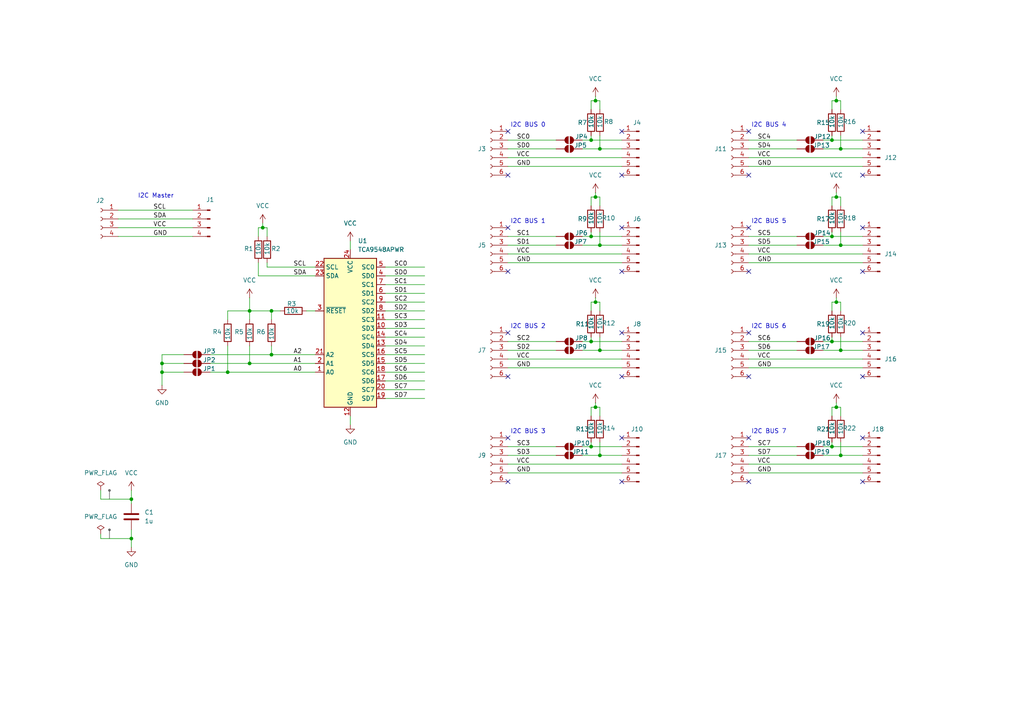
<source format=kicad_sch>
(kicad_sch (version 20231120) (generator "eeschema") (generator_version "8.0")
  (paper "A4")
  (title_block (title "ICBlock Bus") (date "2025-02-15") (rev "1.2"))
  (lib_symbols
    (symbol "Connector:Conn_01x04_Pin" (pin_names (offset 1.016) hide)
      (property "Reference" "J" (at 0 5.08 0))
      (property "Value" "Conn_01x04_Pin" (at 0 -7.62 0))
      (symbol "Conn_01x04_Pin_1_1"
        (polyline (pts (xy 1.27 -5.08) (xy 0.8636 -5.08)) (stroke (width 0.1524)))
        (polyline (pts (xy 1.27 -2.54) (xy 0.8636 -2.54)) (stroke (width 0.1524)))
        (polyline (pts (xy 1.27 0) (xy 0.8636 0)) (stroke (width 0.1524)))
        (polyline (pts (xy 1.27 2.54) (xy 0.8636 2.54)) (stroke (width 0.1524)))
        (rectangle (start 0.8636 -4.953) (end 0 -5.207) (stroke (width 0.1524)) (fill (type outline)))
        (rectangle (start 0.8636 -2.413) (end 0 -2.667) (stroke (width 0.1524)) (fill (type outline)))
        (rectangle (start 0.8636 0.127) (end 0 -0.127) (stroke (width 0.1524)) (fill (type outline)))
        (rectangle (start 0.8636 2.667) (end 0 2.413) (stroke (width 0.1524)) (fill (type outline)))
        (pin passive line (at 5.08 2.54 180) (length 3.81) (name "Pin_1") (number "1"))
        (pin passive line (at 5.08 0 180) (length 3.81) (name "Pin_2") (number "2"))
        (pin passive line (at 5.08 -2.54 180) (length 3.81) (name "Pin_3") (number "3"))
        (pin passive line (at 5.08 -5.08 180) (length 3.81) (name "Pin_4") (number "4"))
      )
    )
    (symbol "Connector:Conn_01x04_Socket" (pin_names (offset 1.016) hide)
      (property "Reference" "J" (at 0 5.08 0))
      (property "Value" "Conn_01x04_Socket" (at 0 -7.62 0))
      (symbol "Conn_01x04_Socket_1_1"
        (arc (start 0 -4.572) (mid -0.5058 -5.08) (end 0 -5.588) (stroke (width 0.1524)))
        (arc (start 0 -2.032) (mid -0.5058 -2.54) (end 0 -3.048) (stroke (width 0.1524)))
        (polyline (pts (xy -1.27 -5.08) (xy -0.508 -5.08)) (stroke (width 0.1524)))
        (polyline (pts (xy -1.27 -2.54) (xy -0.508 -2.54)) (stroke (width 0.1524)))
        (polyline (pts (xy -1.27 0) (xy -0.508 0)) (stroke (width 0.1524)))
        (polyline (pts (xy -1.27 2.54) (xy -0.508 2.54)) (stroke (width 0.1524)))
        (arc (start 0 0.508) (mid -0.5058 0) (end 0 -0.508) (stroke (width 0.1524)))
        (arc (start 0 3.048) (mid -0.5058 2.54) (end 0 2.032) (stroke (width 0.1524)))
        (pin passive line (at -5.08 2.54 0) (length 3.81) (name "Pin_1") (number "1"))
        (pin passive line (at -5.08 0 0) (length 3.81) (name "Pin_2") (number "2"))
        (pin passive line (at -5.08 -2.54 0) (length 3.81) (name "Pin_3") (number "3"))
        (pin passive line (at -5.08 -5.08 0) (length 3.81) (name "Pin_4") (number "4"))
      )
    )
    (symbol "Connector:Conn_01x06_Pin" (pin_names (offset 1.016) hide)
      (property "Reference" "J" (at 0 7.62 0))
      (property "Value" "Conn_01x06_Pin" (at 0 -10.16 0))
      (symbol "Conn_01x06_Pin_1_1"
        (polyline (pts (xy 1.27 -7.62) (xy 0.8636 -7.62)) (stroke (width 0.1524)))
        (polyline (pts (xy 1.27 -5.08) (xy 0.8636 -5.08)) (stroke (width 0.1524)))
        (polyline (pts (xy 1.27 -2.54) (xy 0.8636 -2.54)) (stroke (width 0.1524)))
        (polyline (pts (xy 1.27 0) (xy 0.8636 0)) (stroke (width 0.1524)))
        (polyline (pts (xy 1.27 2.54) (xy 0.8636 2.54)) (stroke (width 0.1524)))
        (polyline (pts (xy 1.27 5.08) (xy 0.8636 5.08)) (stroke (width 0.1524)))
        (rectangle (start 0.8636 -7.493) (end 0 -7.747) (stroke (width 0.1524)) (fill (type outline)))
        (rectangle (start 0.8636 -4.953) (end 0 -5.207) (stroke (width 0.1524)) (fill (type outline)))
        (rectangle (start 0.8636 -2.413) (end 0 -2.667) (stroke (width 0.1524)) (fill (type outline)))
        (rectangle (start 0.8636 0.127) (end 0 -0.127) (stroke (width 0.1524)) (fill (type outline)))
        (rectangle (start 0.8636 2.667) (end 0 2.413) (stroke (width 0.1524)) (fill (type outline)))
        (rectangle (start 0.8636 5.207) (end 0 4.953) (stroke (width 0.1524)) (fill (type outline)))
        (pin passive line (at 5.08 5.08 180) (length 3.81) (name "Pin_1") (number "1"))
        (pin passive line (at 5.08 2.54 180) (length 3.81) (name "Pin_2") (number "2"))
        (pin passive line (at 5.08 0 180) (length 3.81) (name "Pin_3") (number "3"))
        (pin passive line (at 5.08 -2.54 180) (length 3.81) (name "Pin_4") (number "4"))
        (pin passive line (at 5.08 -5.08 180) (length 3.81) (name "Pin_5") (number "5"))
        (pin passive line (at 5.08 -7.62 180) (length 3.81) (name "Pin_6") (number "6"))
      )
    )
    (symbol "Connector:Conn_01x06_Socket" (pin_names (offset 1.016) hide)
      (property "Reference" "J" (at 0 7.62 0))
      (property "Value" "Conn_01x06_Socket" (at 0 -10.16 0))
      (symbol "Conn_01x06_Socket_1_1"
        (arc (start 0 -7.112) (mid -0.5058 -7.62) (end 0 -8.128) (stroke (width 0.1524)))
        (arc (start 0 -4.572) (mid -0.5058 -5.08) (end 0 -5.588) (stroke (width 0.1524)))
        (arc (start 0 -2.032) (mid -0.5058 -2.54) (end 0 -3.048) (stroke (width 0.1524)))
        (polyline (pts (xy -1.27 -7.62) (xy -0.508 -7.62)) (stroke (width 0.1524)))
        (polyline (pts (xy -1.27 -5.08) (xy -0.508 -5.08)) (stroke (width 0.1524)))
        (polyline (pts (xy -1.27 -2.54) (xy -0.508 -2.54)) (stroke (width 0.1524)))
        (polyline (pts (xy -1.27 0) (xy -0.508 0)) (stroke (width 0.1524)))
        (polyline (pts (xy -1.27 2.54) (xy -0.508 2.54)) (stroke (width 0.1524)))
        (polyline (pts (xy -1.27 5.08) (xy -0.508 5.08)) (stroke (width 0.1524)))
        (arc (start 0 0.508) (mid -0.5058 0) (end 0 -0.508) (stroke (width 0.1524)))
        (arc (start 0 3.048) (mid -0.5058 2.54) (end 0 2.032) (stroke (width 0.1524)))
        (arc (start 0 5.588) (mid -0.5058 5.08) (end 0 4.572) (stroke (width 0.1524)))
        (pin passive line (at -5.08 5.08 0) (length 3.81) (name "Pin_1") (number "1"))
        (pin passive line (at -5.08 2.54 0) (length 3.81) (name "Pin_2") (number "2"))
        (pin passive line (at -5.08 0 0) (length 3.81) (name "Pin_3") (number "3"))
        (pin passive line (at -5.08 -2.54 0) (length 3.81) (name "Pin_4") (number "4"))
        (pin passive line (at -5.08 -5.08 0) (length 3.81) (name "Pin_5") (number "5"))
        (pin passive line (at -5.08 -7.62 0) (length 3.81) (name "Pin_6") (number "6"))
      )
    )
    (symbol "Interface_Expansion:TCA9548APWR"
      (property "Reference" "U" (at -7.62 21.59 0))
      (property "Value" "TCA9548APWR" (at 1.016 21.59 0))
      (symbol "TCA9548APWR_0_1"
        (rectangle (start -7.62 20.32) (end 7.62 -22.86) (stroke (width 0.254)) (fill (type background)))
      )
      (symbol "TCA9548APWR_1_1"
        (pin input line (at -10.16 -12.7 0) (length 2.54) (name "A0") (number "1"))
        (pin bidirectional line (at 10.16 0 180) (length 2.54) (name "SD3") (number "10"))
        (pin output line (at 10.16 2.54 180) (length 2.54) (name "SC3") (number "11"))
        (pin power_in line (at 0 -25.4 90) (length 2.54) (name "GND") (number "12"))
        (pin bidirectional line (at 10.16 -5.08 180) (length 2.54) (name "SD4") (number "13"))
        (pin output line (at 10.16 -2.54 180) (length 2.54) (name "SC4") (number "14"))
        (pin bidirectional line (at 10.16 -10.16 180) (length 2.54) (name "SD5") (number "15"))
        (pin output line (at 10.16 -7.62 180) (length 2.54) (name "SC5") (number "16"))
        (pin bidirectional line (at 10.16 -15.24 180) (length 2.54) (name "SD6") (number "17"))
        (pin output line (at 10.16 -12.7 180) (length 2.54) (name "SC6") (number "18"))
        (pin bidirectional line (at 10.16 -20.32 180) (length 2.54) (name "SD7") (number "19"))
        (pin input line (at -10.16 -10.16 0) (length 2.54) (name "A1") (number "2"))
        (pin output line (at 10.16 -17.78 180) (length 2.54) (name "SC7") (number "20"))
        (pin input line (at -10.16 -7.62 0) (length 2.54) (name "A2") (number "21"))
        (pin input line (at -10.16 17.78 0) (length 2.54) (name "SCL") (number "22"))
        (pin bidirectional line (at -10.16 15.24 0) (length 2.54) (name "SDA") (number "23"))
        (pin power_in line (at 0 22.86 270) (length 2.54) (name "VCC") (number "24"))
        (pin input line (at -10.16 5.08 0) (length 2.54) (name "~{RESET}") (number "3"))
        (pin bidirectional line (at 10.16 15.24 180) (length 2.54) (name "SD0") (number "4"))
        (pin output line (at 10.16 17.78 180) (length 2.54) (name "SC0") (number "5"))
        (pin bidirectional line (at 10.16 10.16 180) (length 2.54) (name "SD1") (number "6"))
        (pin output line (at 10.16 12.7 180) (length 2.54) (name "SC1") (number "7"))
        (pin bidirectional line (at 10.16 5.08 180) (length 2.54) (name "SD2") (number "8"))
        (pin output line (at 10.16 7.62 180) (length 2.54) (name "SC2") (number "9"))
      )
    )
    (symbol "Jumper:SolderJumper_2_Open" (pin_numbers hide) (pin_names (offset 0) hide) (exclude_from_sim yes) (in_bom no)
      (property "Reference" "JP" (at 0 2.032 0))
      (property "Value" "SolderJumper_2_Open" (at 0 -2.54 0))
      (symbol "SolderJumper_2_Open_0_1"
        (arc (start -0.254 1.016) (mid -1.2656 0) (end -0.254 -1.016))
        (arc (start -0.254 1.016) (mid -1.2656 0) (end -0.254 -1.016) (fill (type outline)))
        (polyline (pts (xy -0.254 1.016) (xy -0.254 -1.016)))
        (polyline (pts (xy 0.254 1.016) (xy 0.254 -1.016)))
        (arc (start 0.254 -1.016) (mid 1.2656 0) (end 0.254 1.016))
        (arc (start 0.254 -1.016) (mid 1.2656 0) (end 0.254 1.016) (fill (type outline)))
      )
      (symbol "SolderJumper_2_Open_1_1"
        (pin passive line (at -3.81 0 0) (length 2.54) (name "A") (number "1"))
        (pin passive line (at 3.81 0 180) (length 2.54) (name "B") (number "2"))
      )
    )
    (symbol "Library:C" (pin_numbers hide) (pin_names (offset 0.254))
      (property "Reference" "C" (at 0.635 2.54 0))
      (property "Value" "C" (at 0.635 -2.54 0))
      (symbol "C_0_1"
        (polyline (pts (xy -2.032 -0.762) (xy 2.032 -0.762)) (stroke (width 0.508)))
        (polyline (pts (xy -2.032 0.762) (xy 2.032 0.762)) (stroke (width 0.508)))
      )
      (symbol "C_1_1"
        (pin passive line (at 0 3.81 270) (length 2.794) (name "~") (number "1"))
        (pin passive line (at 0 -3.81 90) (length 2.794) (name "~") (number "2"))
      )
    )
    (symbol "Library:GND" (power) (pin_numbers hide) (pin_names (offset 0) hide)
      (property "Value" "GND" (at 0 -3.81 0))
      (symbol "GND_0_1"
        (polyline (pts (xy 0 0) (xy 0 -1.27) (xy 1.27 -1.27) (xy 0 -2.54) (xy -1.27 -1.27) (xy 0 -1.27)))
      )
      (symbol "GND_1_1"
        (pin power_in line (at 0 0 270) (length 0) (name "~") (number "1"))
      )
    )
    (symbol "Library:PWR_FLAG" (power) (pin_numbers hide) (pin_names (offset 0) hide)
      (property "Value" "PWR_FLAG" (at 0 3.81 0))
      (symbol "PWR_FLAG_0_0"
        (pin power_out line (at 0 0 90) (length 0) (name "~") (number "1"))
      )
      (symbol "PWR_FLAG_0_1"
        (polyline (pts (xy 0 0) (xy 0 1.27) (xy -1.016 1.905) (xy 0 2.54) (xy 1.016 1.905) (xy 0 1.27)))
      )
    )
    (symbol "Library:R" (pin_numbers hide) (pin_names (offset 0))
      (property "Reference" "R" (at 2.032 0 90))
      (property "Value" "R" (at 0 0 90))
      (symbol "R_0_1"
        (rectangle (start -1.016 -2.54) (end 1.016 2.54) (stroke (width 0.254)))
      )
      (symbol "R_1_1"
        (pin passive line (at 0 3.81 270) (length 1.27) (name "~") (number "1"))
        (pin passive line (at 0 -3.81 90) (length 1.27) (name "~") (number "2"))
      )
    )
    (symbol "Library:VCC" (power) (pin_numbers hide) (pin_names (offset 0) hide)
      (property "Value" "VCC" (at 0 3.556 0))
      (symbol "VCC_0_1"
        (polyline (pts (xy -0.762 1.27) (xy 0 2.54)))
        (polyline (pts (xy 0 0) (xy 0 2.54)))
        (polyline (pts (xy 0 2.54) (xy 0.762 1.27)))
      )
      (symbol "VCC_1_1"
        (pin power_in line (at 0 0 90) (length 0) (name "~") (number "1"))
      )
    )
  )
  (junction (at 173.99 71.12))
  (junction (at 171.45 129.54))
  (junction (at 173.99 101.6))
  (junction (at 243.84 71.12))
  (junction (at 242.57 87.63))
  (junction (at 172.72 87.63))
  (junction (at 172.72 118.11))
  (junction (at 171.45 68.58))
  (junction (at 241.3 40.64))
  (junction (at 78.74 90.17))
  (junction (at 72.39 105.41))
  (junction (at 72.39 90.17))
  (junction (at 171.45 40.64))
  (junction (at 243.84 43.18))
  (junction (at 76.2 66.04))
  (junction (at 173.99 132.08))
  (junction (at 242.57 57.15))
  (junction (at 66.04 107.95))
  (junction (at 242.57 29.21))
  (junction (at 242.57 118.11))
  (junction (at 241.3 68.58))
  (junction (at 241.3 99.06))
  (junction (at 171.45 99.06))
  (junction (at 172.72 29.21))
  (junction (at 38.1 156.21))
  (junction (at 78.74 102.87))
  (junction (at 46.99 107.95))
  (junction (at 243.84 101.6))
  (junction (at 173.99 43.18))
  (junction (at 241.3 129.54))
  (junction (at 38.1 144.78))
  (junction (at 46.99 105.41))
  (junction (at 243.84 132.08))
  (junction (at 172.72 57.15))
  (no_connect (at 147.32 50.8))
  (no_connect (at 250.19 96.52))
  (no_connect (at 147.32 109.22))
  (no_connect (at 250.19 50.8))
  (no_connect (at 180.34 78.74))
  (no_connect (at 147.32 78.74))
  (no_connect (at 147.32 66.04))
  (no_connect (at 250.19 78.74))
  (no_connect (at 180.34 109.22))
  (no_connect (at 250.19 66.04))
  (no_connect (at 217.17 66.04))
  (no_connect (at 250.19 127))
  (no_connect (at 217.17 78.74))
  (no_connect (at 180.34 50.8))
  (no_connect (at 147.32 139.7))
  (no_connect (at 180.34 139.7))
  (no_connect (at 147.32 38.1))
  (no_connect (at 180.34 127))
  (no_connect (at 250.19 139.7))
  (no_connect (at 180.34 96.52))
  (no_connect (at 180.34 38.1))
  (no_connect (at 217.17 109.22))
  (no_connect (at 147.32 96.52))
  (no_connect (at 250.19 109.22))
  (no_connect (at 217.17 127))
  (no_connect (at 147.32 127))
  (no_connect (at 250.19 38.1))
  (no_connect (at 180.34 66.04))
  (no_connect (at 217.17 96.52))
  (no_connect (at 217.17 38.1))
  (no_connect (at 217.17 50.8))
  (no_connect (at 217.17 139.7))
  (wire (pts (xy 241.3 97.79) (xy 241.3 99.06)))
  (wire (pts (xy 217.17 137.16) (xy 250.19 137.16)))
  (wire (pts (xy 111.76 90.17) (xy 123.19 90.17)))
  (wire (pts (xy 72.39 86.36) (xy 72.39 90.17)))
  (wire (pts (xy 217.17 104.14) (xy 250.19 104.14)))
  (wire (pts (xy 241.3 40.64) (xy 250.19 40.64)))
  (wire (pts (xy 78.74 90.17) (xy 72.39 90.17)))
  (wire (pts (xy 111.76 80.01) (xy 123.19 80.01)))
  (wire (pts (xy 171.45 31.75) (xy 171.45 29.21)))
  (wire (pts (xy 147.32 40.64) (xy 161.29 40.64)))
  (wire (pts (xy 242.57 86.36) (xy 242.57 87.63)))
  (wire (pts (xy 238.76 132.08) (xy 243.84 132.08)))
  (wire (pts (xy 241.3 90.17) (xy 241.3 87.63)))
  (wire (pts (xy 171.45 57.15) (xy 172.72 57.15)))
  (wire (pts (xy 173.99 132.08) (xy 180.34 132.08)))
  (wire (pts (xy 168.91 43.18) (xy 173.99 43.18)))
  (wire (pts (xy 242.57 87.63) (xy 243.84 87.63)))
  (wire (pts (xy 217.17 43.18) (xy 231.14 43.18)))
  (wire (pts (xy 78.74 92.71) (xy 78.74 90.17)))
  (wire (pts (xy 243.84 71.12) (xy 250.19 71.12)))
  (wire (pts (xy 241.3 128.27) (xy 241.3 129.54)))
  (wire (pts (xy 238.76 71.12) (xy 243.84 71.12)))
  (wire (pts (xy 243.84 87.63) (xy 243.84 90.17)))
  (wire (pts (xy 171.45 87.63) (xy 172.72 87.63)))
  (wire (pts (xy 243.84 39.37) (xy 243.84 43.18)))
  (wire (pts (xy 217.17 101.6) (xy 231.14 101.6)))
  (wire (pts (xy 46.99 102.87) (xy 46.99 105.41)))
  (wire (pts (xy 60.96 105.41) (xy 72.39 105.41)))
  (wire (pts (xy 168.91 71.12) (xy 173.99 71.12)))
  (wire (pts (xy 242.57 116.84) (xy 242.57 118.11)))
  (wire (pts (xy 76.2 66.04) (xy 77.47 66.04)))
  (wire (pts (xy 38.1 142.24) (xy 38.1 144.78)))
  (wire (pts (xy 34.29 63.5) (xy 55.88 63.5)))
  (wire (pts (xy 111.76 87.63) (xy 123.19 87.63)))
  (wire (pts (xy 111.76 113.03) (xy 123.19 113.03)))
  (wire (pts (xy 74.93 80.01) (xy 74.93 76.2)))
  (wire (pts (xy 243.84 132.08) (xy 250.19 132.08)))
  (wire (pts (xy 238.76 68.58) (xy 241.3 68.58)))
  (wire (pts (xy 242.57 55.88) (xy 242.57 57.15)))
  (wire (pts (xy 77.47 76.2) (xy 77.47 77.47)))
  (wire (pts (xy 72.39 100.33) (xy 72.39 105.41)))
  (wire (pts (xy 46.99 105.41) (xy 46.99 107.95)))
  (wire (pts (xy 147.32 104.14) (xy 180.34 104.14)))
  (wire (pts (xy 172.72 118.11) (xy 173.99 118.11)))
  (wire (pts (xy 111.76 92.71) (xy 123.19 92.71)))
  (wire (pts (xy 217.17 129.54) (xy 231.14 129.54)))
  (wire (pts (xy 173.99 101.6) (xy 180.34 101.6)))
  (wire (pts (xy 243.84 118.11) (xy 243.84 120.65)))
  (wire (pts (xy 147.32 129.54) (xy 161.29 129.54)))
  (wire (pts (xy 217.17 48.26) (xy 250.19 48.26)))
  (wire (pts (xy 243.84 128.27) (xy 243.84 132.08)))
  (wire (pts (xy 168.91 129.54) (xy 171.45 129.54)))
  (wire (pts (xy 53.34 102.87) (xy 46.99 102.87)))
  (wire (pts (xy 171.45 90.17) (xy 171.45 87.63)))
  (wire (pts (xy 238.76 129.54) (xy 241.3 129.54)))
  (wire (pts (xy 173.99 39.37) (xy 173.99 43.18)))
  (wire (pts (xy 241.3 129.54) (xy 250.19 129.54)))
  (wire (pts (xy 172.72 116.84) (xy 172.72 118.11)))
  (wire (pts (xy 111.76 82.55) (xy 123.19 82.55)))
  (wire (pts (xy 147.32 48.26) (xy 180.34 48.26)))
  (wire (pts (xy 173.99 87.63) (xy 173.99 90.17)))
  (wire (pts (xy 147.32 71.12) (xy 161.29 71.12)))
  (wire (pts (xy 173.99 118.11) (xy 173.99 120.65)))
  (wire (pts (xy 217.17 40.64) (xy 231.14 40.64)))
  (wire (pts (xy 217.17 71.12) (xy 231.14 71.12)))
  (wire (pts (xy 171.45 29.21) (xy 172.72 29.21)))
  (wire (pts (xy 217.17 106.68) (xy 250.19 106.68)))
  (wire (pts (xy 66.04 100.33) (xy 66.04 107.95)))
  (wire (pts (xy 217.17 45.72) (xy 250.19 45.72)))
  (wire (pts (xy 111.76 97.79) (xy 123.19 97.79)))
  (wire (pts (xy 241.3 39.37) (xy 241.3 40.64)))
  (wire (pts (xy 60.96 102.87) (xy 78.74 102.87)))
  (wire (pts (xy 171.45 40.64) (xy 180.34 40.64)))
  (wire (pts (xy 171.45 39.37) (xy 171.45 40.64)))
  (wire (pts (xy 243.84 97.79) (xy 243.84 101.6)))
  (wire (pts (xy 171.45 99.06) (xy 180.34 99.06)))
  (wire (pts (xy 172.72 27.94) (xy 172.72 29.21)))
  (wire (pts (xy 147.32 68.58) (xy 161.29 68.58)))
  (wire (pts (xy 241.3 67.31) (xy 241.3 68.58)))
  (wire (pts (xy 243.84 101.6) (xy 250.19 101.6)))
  (wire (pts (xy 34.29 60.96) (xy 55.88 60.96)))
  (wire (pts (xy 38.1 153.67) (xy 38.1 156.21)))
  (wire (pts (xy 111.76 115.57) (xy 123.19 115.57)))
  (wire (pts (xy 111.76 95.25) (xy 123.19 95.25)))
  (wire (pts (xy 29.21 142.24) (xy 29.21 144.78)))
  (wire (pts (xy 168.91 99.06) (xy 171.45 99.06)))
  (wire (pts (xy 38.1 156.21) (xy 38.1 158.75)))
  (wire (pts (xy 173.99 43.18) (xy 180.34 43.18)))
  (wire (pts (xy 111.76 110.49) (xy 123.19 110.49)))
  (wire (pts (xy 77.47 66.04) (xy 77.47 68.58)))
  (wire (pts (xy 238.76 43.18) (xy 243.84 43.18)))
  (wire (pts (xy 88.9 90.17) (xy 91.44 90.17)))
  (wire (pts (xy 172.72 86.36) (xy 172.72 87.63)))
  (wire (pts (xy 147.32 73.66) (xy 180.34 73.66)))
  (wire (pts (xy 72.39 105.41) (xy 91.44 105.41)))
  (wire (pts (xy 172.72 87.63) (xy 173.99 87.63)))
  (wire (pts (xy 241.3 68.58) (xy 250.19 68.58)))
  (wire (pts (xy 243.84 57.15) (xy 243.84 59.69)))
  (wire (pts (xy 34.29 66.04) (xy 55.88 66.04)))
  (wire (pts (xy 111.76 102.87) (xy 123.19 102.87)))
  (wire (pts (xy 241.3 57.15) (xy 242.57 57.15)))
  (wire (pts (xy 147.32 101.6) (xy 161.29 101.6)))
  (wire (pts (xy 243.84 29.21) (xy 243.84 31.75)))
  (wire (pts (xy 29.21 154.94) (xy 29.21 156.21)))
  (wire (pts (xy 147.32 132.08) (xy 161.29 132.08)))
  (wire (pts (xy 173.99 57.15) (xy 173.99 59.69)))
  (wire (pts (xy 172.72 55.88) (xy 172.72 57.15)))
  (wire (pts (xy 101.6 72.39) (xy 101.6 69.85)))
  (wire (pts (xy 147.32 137.16) (xy 180.34 137.16)))
  (wire (pts (xy 172.72 57.15) (xy 173.99 57.15)))
  (wire (pts (xy 111.76 85.09) (xy 123.19 85.09)))
  (wire (pts (xy 78.74 90.17) (xy 81.28 90.17)))
  (wire (pts (xy 147.32 76.2) (xy 180.34 76.2)))
  (wire (pts (xy 29.21 156.21) (xy 38.1 156.21)))
  (wire (pts (xy 38.1 144.78) (xy 38.1 146.05)))
  (wire (pts (xy 46.99 105.41) (xy 53.34 105.41)))
  (wire (pts (xy 217.17 99.06) (xy 231.14 99.06)))
  (wire (pts (xy 217.17 132.08) (xy 231.14 132.08)))
  (wire (pts (xy 111.76 77.47) (xy 123.19 77.47)))
  (wire (pts (xy 147.32 106.68) (xy 180.34 106.68)))
  (wire (pts (xy 242.57 118.11) (xy 243.84 118.11)))
  (wire (pts (xy 241.3 87.63) (xy 242.57 87.63)))
  (wire (pts (xy 147.32 45.72) (xy 180.34 45.72)))
  (wire (pts (xy 171.45 59.69) (xy 171.45 57.15)))
  (wire (pts (xy 217.17 73.66) (xy 250.19 73.66)))
  (wire (pts (xy 171.45 118.11) (xy 172.72 118.11)))
  (wire (pts (xy 78.74 100.33) (xy 78.74 102.87)))
  (wire (pts (xy 171.45 129.54) (xy 180.34 129.54)))
  (wire (pts (xy 171.45 68.58) (xy 180.34 68.58)))
  (wire (pts (xy 241.3 31.75) (xy 241.3 29.21)))
  (wire (pts (xy 171.45 120.65) (xy 171.45 118.11)))
  (wire (pts (xy 111.76 100.33) (xy 123.19 100.33)))
  (wire (pts (xy 217.17 68.58) (xy 231.14 68.58)))
  (wire (pts (xy 243.84 67.31) (xy 243.84 71.12)))
  (wire (pts (xy 66.04 107.95) (xy 91.44 107.95)))
  (wire (pts (xy 241.3 120.65) (xy 241.3 118.11)))
  (wire (pts (xy 172.72 29.21) (xy 173.99 29.21)))
  (wire (pts (xy 29.21 144.78) (xy 38.1 144.78)))
  (wire (pts (xy 74.93 68.58) (xy 74.93 66.04)))
  (wire (pts (xy 171.45 67.31) (xy 171.45 68.58)))
  (wire (pts (xy 74.93 80.01) (xy 91.44 80.01)))
  (wire (pts (xy 243.84 43.18) (xy 250.19 43.18)))
  (wire (pts (xy 238.76 99.06) (xy 241.3 99.06)))
  (wire (pts (xy 66.04 90.17) (xy 66.04 92.71)))
  (wire (pts (xy 168.91 40.64) (xy 171.45 40.64)))
  (wire (pts (xy 74.93 66.04) (xy 76.2 66.04)))
  (wire (pts (xy 46.99 107.95) (xy 53.34 107.95)))
  (wire (pts (xy 168.91 132.08) (xy 173.99 132.08)))
  (wire (pts (xy 217.17 134.62) (xy 250.19 134.62)))
  (wire (pts (xy 111.76 107.95) (xy 123.19 107.95)))
  (wire (pts (xy 76.2 64.77) (xy 76.2 66.04)))
  (wire (pts (xy 168.91 68.58) (xy 171.45 68.58)))
  (wire (pts (xy 101.6 120.65) (xy 101.6 123.19)))
  (wire (pts (xy 173.99 128.27) (xy 173.99 132.08)))
  (wire (pts (xy 242.57 27.94) (xy 242.57 29.21)))
  (wire (pts (xy 60.96 107.95) (xy 66.04 107.95)))
  (wire (pts (xy 72.39 90.17) (xy 72.39 92.71)))
  (wire (pts (xy 171.45 128.27) (xy 171.45 129.54)))
  (wire (pts (xy 34.29 68.58) (xy 55.88 68.58)))
  (wire (pts (xy 241.3 59.69) (xy 241.3 57.15)))
  (wire (pts (xy 46.99 107.95) (xy 46.99 111.76)))
  (wire (pts (xy 241.3 99.06) (xy 250.19 99.06)))
  (wire (pts (xy 217.17 76.2) (xy 250.19 76.2)))
  (wire (pts (xy 168.91 101.6) (xy 173.99 101.6)))
  (wire (pts (xy 173.99 71.12) (xy 180.34 71.12)))
  (wire (pts (xy 147.32 134.62) (xy 180.34 134.62)))
  (wire (pts (xy 173.99 67.31) (xy 173.99 71.12)))
  (wire (pts (xy 111.76 105.41) (xy 123.19 105.41)))
  (wire (pts (xy 241.3 118.11) (xy 242.57 118.11)))
  (wire (pts (xy 242.57 29.21) (xy 243.84 29.21)))
  (wire (pts (xy 242.57 57.15) (xy 243.84 57.15)))
  (wire (pts (xy 77.47 77.47) (xy 91.44 77.47)))
  (wire (pts (xy 173.99 97.79) (xy 173.99 101.6)))
  (wire (pts (xy 238.76 40.64) (xy 241.3 40.64)))
  (wire (pts (xy 78.74 102.87) (xy 91.44 102.87)))
  (wire (pts (xy 238.76 101.6) (xy 243.84 101.6)))
  (wire (pts (xy 171.45 97.79) (xy 171.45 99.06)))
  (wire (pts (xy 147.32 99.06) (xy 161.29 99.06)))
  (wire (pts (xy 173.99 29.21) (xy 173.99 31.75)))
  (wire (pts (xy 72.39 90.17) (xy 66.04 90.17)))
  (wire (pts (xy 147.32 43.18) (xy 161.29 43.18)))
  (wire (pts (xy 241.3 29.21) (xy 242.57 29.21)))
  (text "I2C Master" (at 45.212 56.896 0) (effects (font (size 1.27 1.27))))
  (text "I2C BUS 7" (at 223.012 125.222 0) (effects (font (size 1.27 1.27))))
  (text "I2C BUS 1" (at 153.162 64.262 0) (effects (font (size 1.27 1.27))))
  (text "I2C BUS 5" (at 223.012 64.262 0) (effects (font (size 1.27 1.27))))
  (text "I2C BUS 6" (at 223.012 94.742 0) (effects (font (size 1.27 1.27))))
  (text "I2C BUS 0" (at 153.162 36.322 0) (effects (font (size 1.27 1.27))))
  (text "I2C BUS 4" (at 223.012 36.322 0) (effects (font (size 1.27 1.27))))
  (text "I2C BUS 2" (at 153.162 94.742 0) (effects (font (size 1.27 1.27))))
  (text "I2C BUS 3" (at 153.162 125.222 0) (effects (font (size 1.27 1.27))))
  (label "SD3" (at 149.86 132.08 0))
  (label "SCL" (at 44.45 60.96 0))
  (label "SD4" (at 114.3 100.33 0))
  (label "VCC" (at 149.86 104.14 0))
  (label "SD5" (at 219.71 71.12 0))
  (label "VCC" (at 219.71 45.72 0))
  (label "VCC" (at 44.45 66.04 0))
  (label "SC6" (at 219.71 99.06 0))
  (label "SC0" (at 114.3 77.47 0))
  (label "SD7" (at 114.3 115.57 0))
  (label "VCC" (at 149.86 73.66 0))
  (label "SC2" (at 114.3 87.63 0))
  (label "SC4" (at 219.71 40.64 0))
  (label "SD1" (at 149.86 71.12 0))
  (label "SC3" (at 149.86 129.54 0))
  (label "GND" (at 149.86 106.68 0))
  (label "VCC" (at 219.71 134.62 0))
  (label "SD5" (at 114.3 105.41 0))
  (label "SD4" (at 219.71 43.18 0))
  (label "GND" (at 219.71 137.16 0))
  (label "VCC" (at 149.86 45.72 0))
  (label "SC7" (at 219.71 129.54 0))
  (label "GND" (at 149.86 76.2 0))
  (label "SC7" (at 114.3 113.03 0))
  (label "SC5" (at 114.3 102.87 0))
  (label "SD3" (at 114.3 95.25 0))
  (label "SD6" (at 114.3 110.49 0))
  (label "VCC" (at 219.71 104.14 0))
  (label "SDA" (at 44.45 63.5 0))
  (label "GND" (at 149.86 48.26 0))
  (label "SD6" (at 219.71 101.6 0))
  (label "GND" (at 219.71 76.2 0))
  (label "SC2" (at 149.86 99.06 0))
  (label "GND" (at 219.71 48.26 0))
  (label "VCC" (at 219.71 73.66 0))
  (label "SC6" (at 114.3 107.95 0))
  (label "SD7" (at 219.71 132.08 0))
  (label "SD2" (at 149.86 101.6 0))
  (label "A0" (at 85.09 107.95 0))
  (label "A1" (at 85.09 105.41 0))
  (label "SD0" (at 149.86 43.18 0))
  (label "SDA" (at 85.09 80.01 0))
  (label "SC1" (at 114.3 82.55 0))
  (label "SC0" (at 149.86 40.64 0))
  (label "SD0" (at 114.3 80.01 0))
  (label "VCC" (at 149.86 134.62 0))
  (label "A2" (at 85.09 102.87 0))
  (label "SC1" (at 149.86 68.58 0))
  (label "GND" (at 219.71 106.68 0))
  (label "SCL" (at 85.09 77.47 0))
  (label "SD1" (at 114.3 85.09 0))
  (label "SC4" (at 114.3 97.79 0))
  (label "GND" (at 149.86 137.16 0))
  (label "GND" (at 44.45 68.58 0))
  (label "SC3" (at 114.3 92.71 0))
  (label "SD2" (at 114.3 90.17 0))
  (label "SC5" (at 219.71 68.58 0))
  (netclass_flag "" (length 2.54) (shape dot) (at 31.75 144.78 0) (property "Netclass" "power" (effects (hide yes))))
  (netclass_flag "" (length 2.54) (shape dot) (at 31.75 156.21 0) (property "Netclass" "power" (effects (hide yes))))
  (symbol (lib_id "Connector:Conn_01x06_Socket") (at 212.09 132.08 0) (mirror y) (unit 1)
    (property "Reference" "J17" (at 210.82 132.0799 0) (effects (justify left)))
    (property "Value" "Conn_01x06_Socket" (effects (hide yes)))
    (property "Footprint" "Connector_PinSocket_2.54mm:PinSocket_1x06_P2.54mm_Vertical" (effects (hide yes)))
    (property "Description" "Generic connector, single row, 01x06, script generated" (effects (hide yes)))
  )
  (symbol (lib_id "Library:VCC") (at 76.2 64.77 0) (unit 1)
    (property "Reference" "#PWR01" (effects (hide yes)))
    (property "Value" "VCC" (at 76.2 59.69 0))
    (property "Description" "Power symbol creates a global label with name \"VCC\"" (effects (hide yes)))
  )
  (symbol (lib_id "Connector:Conn_01x06_Socket") (at 212.09 43.18 0) (mirror y) (unit 1)
    (property "Reference" "J11" (at 210.82 43.1799 0) (effects (justify left)))
    (property "Value" "Conn_01x06_Socket" (effects (hide yes)))
    (property "Footprint" "Connector_PinSocket_2.54mm:PinSocket_1x06_P2.54mm_Vertical" (effects (hide yes)))
    (property "Description" "Generic connector, single row, 01x06, script generated" (effects (hide yes)))
  )
  (symbol (lib_id "Library:R") (at 72.39 96.52 180) (unit 1)
    (property "Reference" "R5" (at 69.342 96.266 0))
    (property "Value" "10k" (at 72.39 96.774 90))
    (property "Footprint" "Resistor_SMD:R_0805_2012Metric_Pad1.20x1.40mm_HandSolder" (effects (hide yes)))
    (property "Description" "Resistor" (effects (hide yes)))
  )
  (symbol (lib_id "Library:R") (at 74.93 72.39 0) (unit 1)
    (property "Reference" "R1" (at 72.136 72.136 0))
    (property "Value" "10k" (at 74.93 72.136 90))
    (property "Footprint" "Resistor_SMD:R_0805_2012Metric_Pad1.20x1.40mm_HandSolder" (effects (hide yes)))
    (property "Description" "Resistor" (effects (hide yes)))
  )
  (symbol (lib_id "Connector:Conn_01x04_Pin") (at 60.96 63.5 0) (mirror y) (unit 1)
    (property "Reference" "J1" (at 60.96 57.912 0))
    (property "Value" "Conn_01x04_Pin" (effects (hide yes)))
    (property "Footprint" "Connector_PinHeader_2.54mm:PinHeader_1x04_P2.54mm_Vertical" (effects (hide yes)))
    (property "Description" "Generic connector, single row, 01x04, script generated" (effects (hide yes)))
  )
  (symbol (lib_id "Library:R") (at 173.99 124.46 0) (unit 1)
    (property "Reference" "R14" (at 176.53 124.206 0))
    (property "Value" "10k" (at 173.99 124.206 90))
    (property "Footprint" "Resistor_SMD:R_0805_2012Metric_Pad1.20x1.40mm_HandSolder" (effects (hide yes)))
    (property "Description" "Resistor" (effects (hide yes)))
  )
  (symbol (lib_id "Connector:Conn_01x06_Socket") (at 212.09 71.12 0) (mirror y) (unit 1)
    (property "Reference" "J13" (at 210.82 71.1199 0) (effects (justify left)))
    (property "Value" "Conn_01x06_Socket" (effects (hide yes)))
    (property "Footprint" "Connector_PinSocket_2.54mm:PinSocket_1x06_P2.54mm_Vertical" (effects (hide yes)))
    (property "Description" "Generic connector, single row, 01x06, script generated" (effects (hide yes)))
  )
  (symbol (lib_id "Library:R") (at 78.74 96.52 180) (unit 1)
    (property "Reference" "R6" (at 75.692 96.266 0))
    (property "Value" "10k" (at 78.74 96.774 90))
    (property "Footprint" "Resistor_SMD:R_0805_2012Metric_Pad1.20x1.40mm_HandSolder" (effects (hide yes)))
    (property "Description" "Resistor" (effects (hide yes)))
  )
  (symbol (lib_id "Jumper:SolderJumper_2_Open") (at 234.95 129.54 0) (unit 1) (exclude_from_sim yes) (in_bom no)
    (property "Reference" "JP18" (at 238.506 128.524 0))
    (property "Value" "SolderJumper_2_Open" (effects (hide yes)))
    (property "Footprint" "Jumper:SolderJumper-2_P1.3mm_Open_RoundedPad1.0x1.5mm" (effects (hide yes)))
    (property "Description" "Solder Jumper, 2-pole, open" (effects (hide yes)))
  )
  (symbol (lib_id "Jumper:SolderJumper_2_Open") (at 234.95 40.64 0) (unit 1) (exclude_from_sim yes) (in_bom no)
    (property "Reference" "JP12" (at 238.506 39.624 0))
    (property "Value" "SolderJumper_2_Open" (effects (hide yes)))
    (property "Footprint" "Jumper:SolderJumper-2_P1.3mm_Open_RoundedPad1.0x1.5mm" (effects (hide yes)))
    (property "Description" "Solder Jumper, 2-pole, open" (effects (hide yes)))
  )
  (symbol (lib_id "Connector:Conn_01x04_Socket") (at 29.21 63.5 0) (mirror y) (unit 1)
    (property "Reference" "J2" (at 30.226 58.166 0) (effects (justify left)))
    (property "Value" "Conn_01x04_Socket" (effects (hide yes)))
    (property "Footprint" "Connector_PinSocket_2.54mm:PinSocket_1x04_P2.54mm_Vertical" (effects (hide yes)))
    (property "Description" "Generic connector, single row, 01x04, script generated" (effects (hide yes)))
  )
  (symbol (lib_id "Library:VCC") (at 242.57 86.36 0) (unit 1)
    (property "Reference" "#PWR015" (effects (hide yes)))
    (property "Value" "VCC" (at 242.57 81.28 0))
    (property "Description" "Power symbol creates a global label with name \"VCC\"" (effects (hide yes)))
  )
  (symbol (lib_id "Library:R") (at 241.3 124.46 0) (unit 1)
    (property "Reference" "R21" (at 238.76 124.46 0))
    (property "Value" "10k" (at 241.3 124.206 90))
    (property "Footprint" "Resistor_SMD:R_0805_2012Metric_Pad1.20x1.40mm_HandSolder" (effects (hide yes)))
    (property "Description" "Resistor" (effects (hide yes)))
  )
  (symbol (lib_id "Jumper:SolderJumper_2_Open") (at 165.1 43.18 0) (unit 1) (exclude_from_sim yes) (in_bom no)
    (property "Reference" "JP5" (at 168.402 42.164 0))
    (property "Value" "SolderJumper_2_Open" (effects (hide yes)))
    (property "Footprint" "Jumper:SolderJumper-2_P1.3mm_Open_RoundedPad1.0x1.5mm" (effects (hide yes)))
    (property "Description" "Solder Jumper, 2-pole, open" (effects (hide yes)))
  )
  (symbol (lib_id "Library:VCC") (at 72.39 86.36 0) (unit 1)
    (property "Reference" "#PWR011" (effects (hide yes)))
    (property "Value" "VCC" (at 72.39 81.28 0))
    (property "Description" "Power symbol creates a global label with name \"VCC\"" (effects (hide yes)))
  )
  (symbol (lib_id "Jumper:SolderJumper_2_Open") (at 234.95 71.12 0) (unit 1) (exclude_from_sim yes) (in_bom no)
    (property "Reference" "JP15" (at 238.252 70.104 0))
    (property "Value" "SolderJumper_2_Open" (effects (hide yes)))
    (property "Footprint" "Jumper:SolderJumper-2_P1.3mm_Open_RoundedPad1.0x1.5mm" (effects (hide yes)))
    (property "Description" "Solder Jumper, 2-pole, open" (effects (hide yes)))
  )
  (symbol (lib_id "Library:VCC") (at 242.57 116.84 0) (unit 1)
    (property "Reference" "#PWR016" (effects (hide yes)))
    (property "Value" "VCC" (at 242.57 111.76 0))
    (property "Description" "Power symbol creates a global label with name \"VCC\"" (effects (hide yes)))
  )
  (symbol (lib_id "Library:R") (at 241.3 63.5 0) (unit 1)
    (property "Reference" "R17" (at 238.76 63.5 0))
    (property "Value" "10k" (at 241.3 63.246 90))
    (property "Footprint" "Resistor_SMD:R_0805_2012Metric_Pad1.20x1.40mm_HandSolder" (effects (hide yes)))
    (property "Description" "Resistor" (effects (hide yes)))
  )
  (symbol (lib_id "Connector:Conn_01x06_Pin") (at 185.42 101.6 0) (mirror y) (unit 1)
    (property "Reference" "J8" (at 184.785 93.98 0))
    (property "Value" "Conn_01x06_Pin" (effects (hide yes)))
    (property "Footprint" "Connector_PinHeader_2.54mm:PinHeader_1x06_P2.54mm_Vertical" (effects (hide yes)))
    (property "Description" "Generic connector, single row, 01x06, script generated" (effects (hide yes)))
  )
  (symbol (lib_id "Library:VCC") (at 242.57 55.88 0) (unit 1)
    (property "Reference" "#PWR014" (effects (hide yes)))
    (property "Value" "VCC" (at 242.57 50.8 0))
    (property "Description" "Power symbol creates a global label with name \"VCC\"" (effects (hide yes)))
  )
  (symbol (lib_id "Library:GND") (at 101.6 123.19 0) (unit 1)
    (property "Reference" "#PWR08" (effects (hide yes)))
    (property "Value" "GND" (at 101.6 128.27 0))
    (property "Description" "Power symbol creates a global label with name \"GND\" , ground" (effects (hide yes)))
  )
  (symbol (lib_id "Library:R") (at 171.45 35.56 0) (unit 1)
    (property "Reference" "R7" (at 168.91 35.56 0))
    (property "Value" "10k" (at 171.45 35.306 90))
    (property "Footprint" "Resistor_SMD:R_0805_2012Metric_Pad1.20x1.40mm_HandSolder" (effects (hide yes)))
    (property "Description" "Resistor" (effects (hide yes)))
  )
  (symbol (lib_id "Library:VCC") (at 172.72 55.88 0) (unit 1)
    (property "Reference" "#PWR06" (effects (hide yes)))
    (property "Value" "VCC" (at 172.72 50.8 0))
    (property "Description" "Power symbol creates a global label with name \"VCC\"" (effects (hide yes)))
  )
  (symbol (lib_id "Interface_Expansion:TCA9548APWR") (at 101.6 95.25 0) (unit 1)
    (property "Reference" "U1" (at 103.7941 69.85 0) (effects (justify left)))
    (property "Value" "TCA9548APWR" (at 103.7941 72.39 0) (effects (justify left)))
    (property "Footprint" "Package_SO:TSSOP-24_4.4x7.8mm_P0.65mm" (effects (hide yes)))
    (property "Datasheet" "http://www.ti.com/lit/ds/symlink/tca9548a.pdf" (effects (hide yes)))
    (property "Description" "Low voltage 8-channel I2C switch with reset, TSSOP-24" (effects (hide yes)))
  )
  (symbol (lib_id "Library:VCC") (at 38.1 142.24 0) (mirror y) (unit 1)
    (property "Reference" "#PWR010" (effects (hide yes)))
    (property "Value" "VCC" (at 38.1 137.16 0))
    (property "Description" "Power symbol creates a global label with name \"VCC\"" (effects (hide yes)))
  )
  (symbol (lib_id "Jumper:SolderJumper_2_Open") (at 165.1 99.06 0) (unit 1) (exclude_from_sim yes) (in_bom no)
    (property "Reference" "JP8" (at 168.656 98.044 0))
    (property "Value" "SolderJumper_2_Open" (effects (hide yes)))
    (property "Footprint" "Jumper:SolderJumper-2_P1.3mm_Open_RoundedPad1.0x1.5mm" (effects (hide yes)))
    (property "Description" "Solder Jumper, 2-pole, open" (effects (hide yes)))
  )
  (symbol (lib_id "Jumper:SolderJumper_2_Open") (at 165.1 132.08 0) (unit 1) (exclude_from_sim yes) (in_bom no)
    (property "Reference" "JP11" (at 168.402 131.064 0))
    (property "Value" "SolderJumper_2_Open" (effects (hide yes)))
    (property "Footprint" "Jumper:SolderJumper-2_P1.3mm_Open_RoundedPad1.0x1.5mm" (effects (hide yes)))
    (property "Description" "Solder Jumper, 2-pole, open" (effects (hide yes)))
  )
  (symbol (lib_id "Jumper:SolderJumper_2_Open") (at 57.15 105.41 0) (unit 1) (exclude_from_sim yes) (in_bom no)
    (property "Reference" "JP2" (at 60.706 104.394 0))
    (property "Value" "SolderJumper_2_Open" (effects (hide yes)))
    (property "Footprint" "Jumper:SolderJumper-2_P1.3mm_Open_RoundedPad1.0x1.5mm" (effects (hide yes)))
    (property "Description" "Solder Jumper, 2-pole, open" (effects (hide yes)))
  )
  (symbol (lib_id "Library:PWR_FLAG") (at 29.21 154.94 0) (unit 1)
    (property "Reference" "#FLG01" (effects (hide yes)))
    (property "Value" "PWR_FLAG" (at 29.21 149.86 0))
    (property "Description" "Special symbol for telling ERC where power comes from" (effects (hide yes)))
  )
  (symbol (lib_id "Jumper:SolderJumper_2_Open") (at 234.95 68.58 0) (unit 1) (exclude_from_sim yes) (in_bom no)
    (property "Reference" "JP14" (at 238.506 67.564 0))
    (property "Value" "SolderJumper_2_Open" (effects (hide yes)))
    (property "Footprint" "Jumper:SolderJumper-2_P1.3mm_Open_RoundedPad1.0x1.5mm" (effects (hide yes)))
    (property "Description" "Solder Jumper, 2-pole, open" (effects (hide yes)))
  )
  (symbol (lib_id "Connector:Conn_01x06_Socket") (at 142.24 43.18 0) (mirror y) (unit 1)
    (property "Reference" "J3" (at 140.97 43.1799 0) (effects (justify left)))
    (property "Value" "Conn_01x06_Socket" (effects (hide yes)))
    (property "Footprint" "Connector_PinSocket_2.54mm:PinSocket_1x06_P2.54mm_Vertical" (effects (hide yes)))
    (property "Description" "Generic connector, single row, 01x06, script generated" (effects (hide yes)))
  )
  (symbol (lib_id "Library:VCC") (at 101.6 69.85 0) (unit 1)
    (property "Reference" "#PWR05" (effects (hide yes)))
    (property "Value" "VCC" (at 101.6 64.77 0))
    (property "Description" "Power symbol creates a global label with name \"VCC\"" (effects (hide yes)))
  )
  (symbol (lib_id "Library:VCC") (at 172.72 86.36 0) (unit 1)
    (property "Reference" "#PWR07" (effects (hide yes)))
    (property "Value" "VCC" (at 172.72 81.28 0))
    (property "Description" "Power symbol creates a global label with name \"VCC\"" (effects (hide yes)))
  )
  (symbol (lib_id "Connector:Conn_01x06_Pin") (at 185.42 71.12 0) (mirror y) (unit 1)
    (property "Reference" "J6" (at 184.785 63.5 0))
    (property "Value" "Conn_01x06_Pin" (effects (hide yes)))
    (property "Footprint" "Connector_PinHeader_2.54mm:PinHeader_1x06_P2.54mm_Vertical" (effects (hide yes)))
    (property "Description" "Generic connector, single row, 01x06, script generated" (effects (hide yes)))
  )
  (symbol (lib_id "Jumper:SolderJumper_2_Open") (at 165.1 101.6 0) (unit 1) (exclude_from_sim yes) (in_bom no)
    (property "Reference" "JP9" (at 168.402 100.584 0))
    (property "Value" "SolderJumper_2_Open" (effects (hide yes)))
    (property "Footprint" "Jumper:SolderJumper-2_P1.3mm_Open_RoundedPad1.0x1.5mm" (effects (hide yes)))
    (property "Description" "Solder Jumper, 2-pole, open" (effects (hide yes)))
  )
  (symbol (lib_id "Library:R") (at 173.99 63.5 0) (unit 1)
    (property "Reference" "R10" (at 176.53 63.246 0))
    (property "Value" "10k" (at 173.99 63.246 90))
    (property "Footprint" "Resistor_SMD:R_0805_2012Metric_Pad1.20x1.40mm_HandSolder" (effects (hide yes)))
    (property "Description" "Resistor" (effects (hide yes)))
  )
  (symbol (lib_id "Jumper:SolderJumper_2_Open") (at 234.95 99.06 0) (unit 1) (exclude_from_sim yes) (in_bom no)
    (property "Reference" "JP16" (at 238.506 98.044 0))
    (property "Value" "SolderJumper_2_Open" (effects (hide yes)))
    (property "Footprint" "Jumper:SolderJumper-2_P1.3mm_Open_RoundedPad1.0x1.5mm" (effects (hide yes)))
    (property "Description" "Solder Jumper, 2-pole, open" (effects (hide yes)))
  )
  (symbol (lib_id "Library:R") (at 173.99 93.98 0) (unit 1)
    (property "Reference" "R12" (at 176.53 93.726 0))
    (property "Value" "10k" (at 173.99 93.726 90))
    (property "Footprint" "Resistor_SMD:R_0805_2012Metric_Pad1.20x1.40mm_HandSolder" (effects (hide yes)))
    (property "Description" "Resistor" (effects (hide yes)))
  )
  (symbol (lib_id "Jumper:SolderJumper_2_Open") (at 234.95 101.6 0) (unit 1) (exclude_from_sim yes) (in_bom no)
    (property "Reference" "JP17" (at 238.252 100.584 0))
    (property "Value" "SolderJumper_2_Open" (effects (hide yes)))
    (property "Footprint" "Jumper:SolderJumper-2_P1.3mm_Open_RoundedPad1.0x1.5mm" (effects (hide yes)))
    (property "Description" "Solder Jumper, 2-pole, open" (effects (hide yes)))
  )
  (symbol (lib_id "Connector:Conn_01x06_Pin") (at 185.42 43.18 0) (mirror y) (unit 1)
    (property "Reference" "J4" (at 184.785 35.56 0))
    (property "Value" "Conn_01x06_Pin" (effects (hide yes)))
    (property "Footprint" "Connector_PinHeader_2.54mm:PinHeader_1x06_P2.54mm_Vertical" (effects (hide yes)))
    (property "Description" "Generic connector, single row, 01x06, script generated" (effects (hide yes)))
  )
  (symbol (lib_id "Library:C") (at 38.1 149.86 0) (unit 1)
    (property "Reference" "C1" (at 41.91 148.5899 0) (effects (justify left)))
    (property "Value" "1u" (at 41.91 151.1299 0) (effects (justify left)))
    (property "Footprint" "Capacitor_SMD:C_1206_3216Metric_Pad1.33x1.80mm_HandSolder" (effects (hide yes)))
    (property "Description" "Unpolarized capacitor" (effects (hide yes)))
  )
  (symbol (lib_id "Jumper:SolderJumper_2_Open") (at 234.95 43.18 0) (unit 1) (exclude_from_sim yes) (in_bom no)
    (property "Reference" "JP13" (at 238.252 42.164 0))
    (property "Value" "SolderJumper_2_Open" (effects (hide yes)))
    (property "Footprint" "Jumper:SolderJumper-2_P1.3mm_Open_RoundedPad1.0x1.5mm" (effects (hide yes)))
    (property "Description" "Solder Jumper, 2-pole, open" (effects (hide yes)))
  )
  (symbol (lib_id "Connector:Conn_01x06_Socket") (at 142.24 101.6 0) (mirror y) (unit 1)
    (property "Reference" "J7" (at 140.97 101.5999 0) (effects (justify left)))
    (property "Value" "Conn_01x06_Socket" (effects (hide yes)))
    (property "Footprint" "Connector_PinSocket_2.54mm:PinSocket_1x06_P2.54mm_Vertical" (effects (hide yes)))
    (property "Description" "Generic connector, single row, 01x06, script generated" (effects (hide yes)))
  )
  (symbol (lib_id "Library:R") (at 243.84 35.56 0) (unit 1)
    (property "Reference" "R16" (at 246.38 35.306 0))
    (property "Value" "10k" (at 243.84 35.306 90))
    (property "Footprint" "Resistor_SMD:R_0805_2012Metric_Pad1.20x1.40mm_HandSolder" (effects (hide yes)))
    (property "Description" "Resistor" (effects (hide yes)))
  )
  (symbol (lib_id "Connector:Conn_01x06_Socket") (at 142.24 71.12 0) (mirror y) (unit 1)
    (property "Reference" "J5" (at 140.97 71.1199 0) (effects (justify left)))
    (property "Value" "Conn_01x06_Socket" (effects (hide yes)))
    (property "Footprint" "Connector_PinSocket_2.54mm:PinSocket_1x06_P2.54mm_Vertical" (effects (hide yes)))
    (property "Description" "Generic connector, single row, 01x06, script generated" (effects (hide yes)))
  )
  (symbol (lib_id "Library:R") (at 243.84 124.46 0) (unit 1)
    (property "Reference" "R22" (at 246.38 124.206 0))
    (property "Value" "10k" (at 243.84 124.206 90))
    (property "Footprint" "Resistor_SMD:R_0805_2012Metric_Pad1.20x1.40mm_HandSolder" (effects (hide yes)))
    (property "Description" "Resistor" (effects (hide yes)))
  )
  (symbol (lib_id "Connector:Conn_01x06_Pin") (at 255.27 101.6 0) (mirror y) (unit 1)
    (property "Reference" "J16" (at 256.54 104.1401 0) (effects (justify right)))
    (property "Value" "Conn_01x06_Pin" (effects (hide yes)))
    (property "Footprint" "Connector_PinHeader_2.54mm:PinHeader_1x06_P2.54mm_Vertical" (effects (hide yes)))
    (property "Description" "Generic connector, single row, 01x06, script generated" (effects (hide yes)))
  )
  (symbol (lib_id "Connector:Conn_01x06_Socket") (at 142.24 132.08 0) (mirror y) (unit 1)
    (property "Reference" "J9" (at 140.97 132.0799 0) (effects (justify left)))
    (property "Value" "Conn_01x06_Socket" (effects (hide yes)))
    (property "Footprint" "Connector_PinSocket_2.54mm:PinSocket_1x06_P2.54mm_Vertical" (effects (hide yes)))
    (property "Description" "Generic connector, single row, 01x06, script generated" (effects (hide yes)))
  )
  (symbol (lib_id "Jumper:SolderJumper_2_Open") (at 234.95 132.08 0) (unit 1) (exclude_from_sim yes) (in_bom no)
    (property "Reference" "JP19" (at 238.252 131.064 0))
    (property "Value" "SolderJumper_2_Open" (effects (hide yes)))
    (property "Footprint" "Jumper:SolderJumper-2_P1.3mm_Open_RoundedPad1.0x1.5mm" (effects (hide yes)))
    (property "Description" "Solder Jumper, 2-pole, open" (effects (hide yes)))
  )
  (symbol (lib_id "Jumper:SolderJumper_2_Open") (at 165.1 68.58 0) (unit 1) (exclude_from_sim yes) (in_bom no)
    (property "Reference" "JP6" (at 168.656 67.564 0))
    (property "Value" "SolderJumper_2_Open" (effects (hide yes)))
    (property "Footprint" "Jumper:SolderJumper-2_P1.3mm_Open_RoundedPad1.0x1.5mm" (effects (hide yes)))
    (property "Description" "Solder Jumper, 2-pole, open" (effects (hide yes)))
  )
  (symbol (lib_id "Connector:Conn_01x06_Pin") (at 255.27 71.12 0) (mirror y) (unit 1)
    (property "Reference" "J14" (at 256.54 73.6601 0) (effects (justify right)))
    (property "Value" "Conn_01x06_Pin" (effects (hide yes)))
    (property "Footprint" "Connector_PinHeader_2.54mm:PinHeader_1x06_P2.54mm_Vertical" (effects (hide yes)))
    (property "Description" "Generic connector, single row, 01x06, script generated" (effects (hide yes)))
  )
  (symbol (lib_id "Library:R") (at 66.04 96.52 180) (unit 1)
    (property "Reference" "R4" (at 62.992 96.266 0))
    (property "Value" "10k" (at 66.04 96.774 90))
    (property "Footprint" "Resistor_SMD:R_0805_2012Metric_Pad1.20x1.40mm_HandSolder" (effects (hide yes)))
    (property "Description" "Resistor" (effects (hide yes)))
  )
  (symbol (lib_id "Connector:Conn_01x06_Pin") (at 255.27 43.18 0) (mirror y) (unit 1)
    (property "Reference" "J12" (at 256.54 45.7201 0) (effects (justify right)))
    (property "Value" "Conn_01x06_Pin" (effects (hide yes)))
    (property "Footprint" "Connector_PinHeader_2.54mm:PinHeader_1x06_P2.54mm_Vertical" (effects (hide yes)))
    (property "Description" "Generic connector, single row, 01x06, script generated" (effects (hide yes)))
  )
  (symbol (lib_id "Connector:Conn_01x06_Pin") (at 185.42 132.08 0) (mirror y) (unit 1)
    (property "Reference" "J10" (at 184.785 124.46 0))
    (property "Value" "Conn_01x06_Pin" (effects (hide yes)))
    (property "Footprint" "Connector_PinHeader_2.54mm:PinHeader_1x06_P2.54mm_Vertical" (effects (hide yes)))
    (property "Description" "Generic connector, single row, 01x06, script generated" (effects (hide yes)))
  )
  (symbol (lib_id "Connector:Conn_01x06_Socket") (at 212.09 101.6 0) (mirror y) (unit 1)
    (property "Reference" "J15" (at 210.82 101.5999 0) (effects (justify left)))
    (property "Value" "Conn_01x06_Socket" (effects (hide yes)))
    (property "Footprint" "Connector_PinSocket_2.54mm:PinSocket_1x06_P2.54mm_Vertical" (effects (hide yes)))
    (property "Description" "Generic connector, single row, 01x06, script generated" (effects (hide yes)))
  )
  (symbol (lib_id "Library:R") (at 85.09 90.17 90) (unit 1)
    (property "Reference" "R3" (at 84.582 88.138 90))
    (property "Value" "10k" (at 84.836 90.17 90))
    (property "Footprint" "Resistor_SMD:R_0805_2012Metric_Pad1.20x1.40mm_HandSolder" (effects (hide yes)))
    (property "Description" "Resistor" (effects (hide yes)))
  )
  (symbol (lib_id "Library:R") (at 77.47 72.39 0) (unit 1)
    (property "Reference" "R2" (at 80.01 72.136 0))
    (property "Value" "10k" (at 77.47 72.136 90))
    (property "Footprint" "Resistor_SMD:R_0805_2012Metric_Pad1.20x1.40mm_HandSolder" (effects (hide yes)))
    (property "Description" "Resistor" (effects (hide yes)))
  )
  (symbol (lib_id "Jumper:SolderJumper_2_Open") (at 57.15 107.95 0) (unit 1) (exclude_from_sim yes) (in_bom no)
    (property "Reference" "JP1" (at 60.706 106.934 0))
    (property "Value" "SolderJumper_2_Open" (effects (hide yes)))
    (property "Footprint" "Jumper:SolderJumper-2_P1.3mm_Open_RoundedPad1.0x1.5mm" (effects (hide yes)))
    (property "Description" "Solder Jumper, 2-pole, open" (effects (hide yes)))
  )
  (symbol (lib_id "Library:GND") (at 46.99 111.76 0) (unit 1)
    (property "Reference" "#PWR03" (effects (hide yes)))
    (property "Value" "GND" (at 46.99 116.84 0))
    (property "Description" "Power symbol creates a global label with name \"GND\" , ground" (effects (hide yes)))
  )
  (symbol (lib_id "Jumper:SolderJumper_2_Open") (at 57.15 102.87 0) (unit 1) (exclude_from_sim yes) (in_bom no)
    (property "Reference" "JP3" (at 60.706 101.854 0))
    (property "Value" "SolderJumper_2_Open" (effects (hide yes)))
    (property "Footprint" "Jumper:SolderJumper-2_P1.3mm_Open_RoundedPad1.0x1.5mm" (effects (hide yes)))
    (property "Description" "Solder Jumper, 2-pole, open" (effects (hide yes)))
  )
  (symbol (lib_id "Library:R") (at 241.3 93.98 0) (unit 1)
    (property "Reference" "R19" (at 238.76 93.98 0))
    (property "Value" "10k" (at 241.3 93.726 90))
    (property "Footprint" "Resistor_SMD:R_0805_2012Metric_Pad1.20x1.40mm_HandSolder" (effects (hide yes)))
    (property "Description" "Resistor" (effects (hide yes)))
  )
  (symbol (lib_id "Library:R") (at 171.45 124.46 0) (unit 1)
    (property "Reference" "R13" (at 168.91 124.46 0))
    (property "Value" "10k" (at 171.45 124.206 90))
    (property "Footprint" "Resistor_SMD:R_0805_2012Metric_Pad1.20x1.40mm_HandSolder" (effects (hide yes)))
    (property "Description" "Resistor" (effects (hide yes)))
  )
  (symbol (lib_id "Library:VCC") (at 172.72 116.84 0) (unit 1)
    (property "Reference" "#PWR09" (effects (hide yes)))
    (property "Value" "VCC" (at 172.72 111.76 0))
    (property "Description" "Power symbol creates a global label with name \"VCC\"" (effects (hide yes)))
  )
  (symbol (lib_id "Library:R") (at 173.99 35.56 0) (unit 1)
    (property "Reference" "R8" (at 176.53 35.306 0))
    (property "Value" "10k" (at 173.99 35.306 90))
    (property "Footprint" "Resistor_SMD:R_0805_2012Metric_Pad1.20x1.40mm_HandSolder" (effects (hide yes)))
    (property "Description" "Resistor" (effects (hide yes)))
  )
  (symbol (lib_id "Library:R") (at 171.45 93.98 0) (unit 1)
    (property "Reference" "R11" (at 168.91 93.98 0))
    (property "Value" "10k" (at 171.45 93.726 90))
    (property "Footprint" "Resistor_SMD:R_0805_2012Metric_Pad1.20x1.40mm_HandSolder" (effects (hide yes)))
    (property "Description" "Resistor" (effects (hide yes)))
  )
  (symbol (lib_id "Library:GND") (at 38.1 158.75 0) (unit 1)
    (property "Reference" "#PWR012" (effects (hide yes)))
    (property "Value" "GND" (at 38.1 163.83 0))
    (property "Description" "Power symbol creates a global label with name \"GND\" , ground" (effects (hide yes)))
  )
  (symbol (lib_id "Library:VCC") (at 172.72 27.94 0) (unit 1)
    (property "Reference" "#PWR04" (effects (hide yes)))
    (property "Value" "VCC" (at 172.72 22.86 0))
    (property "Description" "Power symbol creates a global label with name \"VCC\"" (effects (hide yes)))
  )
  (symbol (lib_id "Jumper:SolderJumper_2_Open") (at 165.1 129.54 0) (unit 1) (exclude_from_sim yes) (in_bom no)
    (property "Reference" "JP10" (at 168.656 128.524 0))
    (property "Value" "SolderJumper_2_Open" (effects (hide yes)))
    (property "Footprint" "Jumper:SolderJumper-2_P1.3mm_Open_RoundedPad1.0x1.5mm" (effects (hide yes)))
    (property "Description" "Solder Jumper, 2-pole, open" (effects (hide yes)))
  )
  (symbol (lib_id "Library:VCC") (at 242.57 27.94 0) (unit 1)
    (property "Reference" "#PWR013" (effects (hide yes)))
    (property "Value" "VCC" (at 242.57 22.86 0))
    (property "Description" "Power symbol creates a global label with name \"VCC\"" (effects (hide yes)))
  )
  (symbol (lib_id "Library:R") (at 241.3 35.56 0) (unit 1)
    (property "Reference" "R15" (at 238.76 35.56 0))
    (property "Value" "10k" (at 241.3 35.306 90))
    (property "Footprint" "Resistor_SMD:R_0805_2012Metric_Pad1.20x1.40mm_HandSolder" (effects (hide yes)))
    (property "Description" "Resistor" (effects (hide yes)))
  )
  (symbol (lib_id "Jumper:SolderJumper_2_Open") (at 165.1 40.64 0) (unit 1) (exclude_from_sim yes) (in_bom no)
    (property "Reference" "JP4" (at 168.656 39.624 0))
    (property "Value" "SolderJumper_2_Open" (effects (hide yes)))
    (property "Footprint" "Jumper:SolderJumper-2_P1.3mm_Open_RoundedPad1.0x1.5mm" (effects (hide yes)))
    (property "Description" "Solder Jumper, 2-pole, open" (effects (hide yes)))
  )
  (symbol (lib_id "Library:R") (at 243.84 93.98 0) (unit 1)
    (property "Reference" "R20" (at 246.38 93.726 0))
    (property "Value" "10k" (at 243.84 93.726 90))
    (property "Footprint" "Resistor_SMD:R_0805_2012Metric_Pad1.20x1.40mm_HandSolder" (effects (hide yes)))
    (property "Description" "Resistor" (effects (hide yes)))
  )
  (symbol (lib_id "Connector:Conn_01x06_Pin") (at 255.27 132.08 0) (mirror y) (unit 1)
    (property "Reference" "J18" (at 254.635 124.46 0))
    (property "Value" "Conn_01x06_Pin" (effects (hide yes)))
    (property "Footprint" "Connector_PinHeader_2.54mm:PinHeader_1x06_P2.54mm_Vertical" (effects (hide yes)))
    (property "Description" "Generic connector, single row, 01x06, script generated" (effects (hide yes)))
  )
  (symbol (lib_id "Library:PWR_FLAG") (at 29.21 142.24 0) (unit 1)
    (property "Reference" "#FLG02" (effects (hide yes)))
    (property "Value" "PWR_FLAG" (at 29.21 137.16 0))
    (property "Description" "Special symbol for telling ERC where power comes from" (effects (hide yes)))
  )
  (symbol (lib_id "Library:R") (at 171.45 63.5 0) (unit 1)
    (property "Reference" "R9" (at 168.91 63.5 0))
    (property "Value" "10k" (at 171.45 63.246 90))
    (property "Footprint" "Resistor_SMD:R_0805_2012Metric_Pad1.20x1.40mm_HandSolder" (effects (hide yes)))
    (property "Description" "Resistor" (effects (hide yes)))
  )
  (symbol (lib_id "Jumper:SolderJumper_2_Open") (at 165.1 71.12 0) (unit 1) (exclude_from_sim yes) (in_bom no)
    (property "Reference" "JP7" (at 168.402 70.104 0))
    (property "Value" "SolderJumper_2_Open" (effects (hide yes)))
    (property "Footprint" "Jumper:SolderJumper-2_P1.3mm_Open_RoundedPad1.0x1.5mm" (effects (hide yes)))
    (property "Description" "Solder Jumper, 2-pole, open" (effects (hide yes)))
  )
  (symbol (lib_id "Library:R") (at 243.84 63.5 0) (unit 1)
    (property "Reference" "R18" (at 246.38 63.246 0))
    (property "Value" "10k" (at 243.84 63.246 90))
    (property "Footprint" "Resistor_SMD:R_0805_2012Metric_Pad1.20x1.40mm_HandSolder" (effects (hide yes)))
    (property "Description" "Resistor" (effects (hide yes)))
  )
)
</source>
